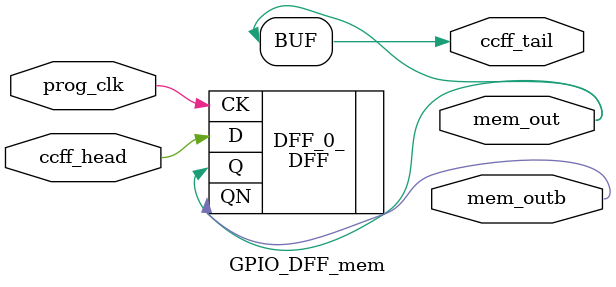
<source format=v>
`default_nettype none

module mux_tree_tapbuf_size64_mem(prog_clk,
                                  ccff_head,
                                  ccff_tail,
                                  mem_out,
                                  mem_outb);
//----- GLOBAL PORTS -----
input [0:0] prog_clk;
//----- INPUT PORTS -----
input [0:0] ccff_head;
//----- OUTPUT PORTS -----
output [0:0] ccff_tail;
//----- OUTPUT PORTS -----
output [0:6] mem_out;
//----- OUTPUT PORTS -----
output [0:6] mem_outb;

//----- BEGIN wire-connection ports -----
//----- END wire-connection ports -----


//----- BEGIN Registered ports -----
//----- END Registered ports -----



// ----- BEGIN Local short connections -----
// ----- END Local short connections -----
// ----- BEGIN Local output short connections -----
	assign ccff_tail[0] = mem_out[6];
// ----- END Local output short connections -----

	DFF DFF_0_ (
		.CK(prog_clk),
		.D(ccff_head),
		.Q(mem_out[0]),
		.QN(mem_outb[0]));

	DFF DFF_1_ (
		.CK(prog_clk),
		.D(mem_out[0]),
		.Q(mem_out[1]),
		.QN(mem_outb[1]));

	DFF DFF_2_ (
		.CK(prog_clk),
		.D(mem_out[1]),
		.Q(mem_out[2]),
		.QN(mem_outb[2]));

	DFF DFF_3_ (
		.CK(prog_clk),
		.D(mem_out[2]),
		.Q(mem_out[3]),
		.QN(mem_outb[3]));

	DFF DFF_4_ (
		.CK(prog_clk),
		.D(mem_out[3]),
		.Q(mem_out[4]),
		.QN(mem_outb[4]));

	DFF DFF_5_ (
		.CK(prog_clk),
		.D(mem_out[4]),
		.Q(mem_out[5]),
		.QN(mem_outb[5]));

	DFF DFF_6_ (
		.CK(prog_clk),
		.D(mem_out[5]),
		.Q(mem_out[6]),
		.QN(mem_outb[6]));

endmodule
// ----- END Verilog module for mux_tree_tapbuf_size64_mem -----

//----- Default net type -----
`default_nettype wire




//----- Default net type -----
`default_nettype none

// ----- Verilog module for mux_tree_tapbuf_size2_mem -----
module mux_tree_tapbuf_size2_mem(prog_clk,
                                 ccff_head,
                                 ccff_tail,
                                 mem_out,
                                 mem_outb);
//----- GLOBAL PORTS -----
input [0:0] prog_clk;
//----- INPUT PORTS -----
input [0:0] ccff_head;
//----- OUTPUT PORTS -----
output [0:0] ccff_tail;
//----- OUTPUT PORTS -----
output [0:1] mem_out;
//----- OUTPUT PORTS -----
output [0:1] mem_outb;

//----- BEGIN wire-connection ports -----
//----- END wire-connection ports -----


//----- BEGIN Registered ports -----
//----- END Registered ports -----



// ----- BEGIN Local short connections -----
// ----- END Local short connections -----
// ----- BEGIN Local output short connections -----
	assign ccff_tail[0] = mem_out[1];
// ----- END Local output short connections -----

	DFF DFF_0_ (
		.CK(prog_clk),
		.D(ccff_head),
		.Q(mem_out[0]),
		.QN(mem_outb[0]));

	DFF DFF_1_ (
		.CK(prog_clk),
		.D(mem_out[0]),
		.Q(mem_out[1]),
		.QN(mem_outb[1]));

endmodule
// ----- END Verilog module for mux_tree_tapbuf_size2_mem -----

//----- Default net type -----
`default_nettype wire




//----- Default net type -----
`default_nettype none

// ----- Verilog module for mux_tree_tapbuf_size6_mem -----
module mux_tree_tapbuf_size6_mem(prog_clk,
                                 ccff_head,
                                 ccff_tail,
                                 mem_out,
                                 mem_outb);
//----- GLOBAL PORTS -----
input [0:0] prog_clk;
//----- INPUT PORTS -----
input [0:0] ccff_head;
//----- OUTPUT PORTS -----
output [0:0] ccff_tail;
//----- OUTPUT PORTS -----
output [0:2] mem_out;
//----- OUTPUT PORTS -----
output [0:2] mem_outb;

//----- BEGIN wire-connection ports -----
//----- END wire-connection ports -----


//----- BEGIN Registered ports -----
//----- END Registered ports -----



// ----- BEGIN Local short connections -----
// ----- END Local short connections -----
// ----- BEGIN Local output short connections -----
	assign ccff_tail[0] = mem_out[2];
// ----- END Local output short connections -----

	DFF DFF_0_ (
		.CK(prog_clk),
		.D(ccff_head),
		.Q(mem_out[0]),
		.QN(mem_outb[0]));

	DFF DFF_1_ (
		.CK(prog_clk),
		.D(mem_out[0]),
		.Q(mem_out[1]),
		.QN(mem_outb[1]));

	DFF DFF_2_ (
		.CK(prog_clk),
		.D(mem_out[1]),
		.Q(mem_out[2]),
		.QN(mem_outb[2]));

endmodule
// ----- END Verilog module for mux_tree_tapbuf_size6_mem -----

//----- Default net type -----
`default_nettype wire




//----- Default net type -----
`default_nettype none

// ----- Verilog module for mux_tree_tapbuf_size5_mem -----
module mux_tree_tapbuf_size5_mem(prog_clk,
                                 ccff_head,
                                 ccff_tail,
                                 mem_out,
                                 mem_outb);
//----- GLOBAL PORTS -----
input [0:0] prog_clk;
//----- INPUT PORTS -----
input [0:0] ccff_head;
//----- OUTPUT PORTS -----
output [0:0] ccff_tail;
//----- OUTPUT PORTS -----
output [0:2] mem_out;
//----- OUTPUT PORTS -----
output [0:2] mem_outb;

//----- BEGIN wire-connection ports -----
//----- END wire-connection ports -----


//----- BEGIN Registered ports -----
//----- END Registered ports -----



// ----- BEGIN Local short connections -----
// ----- END Local short connections -----
// ----- BEGIN Local output short connections -----
	assign ccff_tail[0] = mem_out[2];
// ----- END Local output short connections -----

	DFF DFF_0_ (
		.CK(prog_clk),
		.D(ccff_head),
		.Q(mem_out[0]),
		.QN(mem_outb[0]));

	DFF DFF_1_ (
		.CK(prog_clk),
		.D(mem_out[0]),
		.Q(mem_out[1]),
		.QN(mem_outb[1]));

	DFF DFF_2_ (
		.CK(prog_clk),
		.D(mem_out[1]),
		.Q(mem_out[2]),
		.QN(mem_outb[2]));

endmodule
// ----- END Verilog module for mux_tree_tapbuf_size5_mem -----

//----- Default net type -----
`default_nettype wire




//----- Default net type -----
`default_nettype none

// ----- Verilog module for mux_tree_tapbuf_size4_mem -----
module mux_tree_tapbuf_size4_mem(prog_clk,
                                 ccff_head,
                                 ccff_tail,
                                 mem_out,
                                 mem_outb);
//----- GLOBAL PORTS -----
input [0:0] prog_clk;
//----- INPUT PORTS -----
input [0:0] ccff_head;
//----- OUTPUT PORTS -----
output [0:0] ccff_tail;
//----- OUTPUT PORTS -----
output [0:2] mem_out;
//----- OUTPUT PORTS -----
output [0:2] mem_outb;

//----- BEGIN wire-connection ports -----
//----- END wire-connection ports -----


//----- BEGIN Registered ports -----
//----- END Registered ports -----



// ----- BEGIN Local short connections -----
// ----- END Local short connections -----
// ----- BEGIN Local output short connections -----
	assign ccff_tail[0] = mem_out[2];
// ----- END Local output short connections -----

	DFF DFF_0_ (
		.CK(prog_clk),
		.D(ccff_head),
		.Q(mem_out[0]),
		.QN(mem_outb[0]));

	DFF DFF_1_ (
		.CK(prog_clk),
		.D(mem_out[0]),
		.Q(mem_out[1]),
		.QN(mem_outb[1]));

	DFF DFF_2_ (
		.CK(prog_clk),
		.D(mem_out[1]),
		.Q(mem_out[2]),
		.QN(mem_outb[2]));

endmodule
// ----- END Verilog module for mux_tree_tapbuf_size4_mem -----

//----- Default net type -----
`default_nettype wire




//----- Default net type -----
`default_nettype none

// ----- Verilog module for mux_tree_tapbuf_size10_mem -----
module mux_tree_tapbuf_size10_mem(prog_clk,
                                  ccff_head,
                                  ccff_tail,
                                  mem_out,
                                  mem_outb);
//----- GLOBAL PORTS -----
input [0:0] prog_clk;
//----- INPUT PORTS -----
input [0:0] ccff_head;
//----- OUTPUT PORTS -----
output [0:0] ccff_tail;
//----- OUTPUT PORTS -----
output [0:3] mem_out;
//----- OUTPUT PORTS -----
output [0:3] mem_outb;

//----- BEGIN wire-connection ports -----
//----- END wire-connection ports -----


//----- BEGIN Registered ports -----
//----- END Registered ports -----



// ----- BEGIN Local short connections -----
// ----- END Local short connections -----
// ----- BEGIN Local output short connections -----
	assign ccff_tail[0] = mem_out[3];
// ----- END Local output short connections -----

	DFF DFF_0_ (
		.CK(prog_clk),
		.D(ccff_head),
		.Q(mem_out[0]),
		.QN(mem_outb[0]));

	DFF DFF_1_ (
		.CK(prog_clk),
		.D(mem_out[0]),
		.Q(mem_out[1]),
		.QN(mem_outb[1]));

	DFF DFF_2_ (
		.CK(prog_clk),
		.D(mem_out[1]),
		.Q(mem_out[2]),
		.QN(mem_outb[2]));

	DFF DFF_3_ (
		.CK(prog_clk),
		.D(mem_out[2]),
		.Q(mem_out[3]),
		.QN(mem_outb[3]));

endmodule
// ----- END Verilog module for mux_tree_tapbuf_size10_mem -----

//----- Default net type -----
`default_nettype wire




//----- Default net type -----
`default_nettype none

// ----- Verilog module for mux_tree_tapbuf_size19_mem -----
module mux_tree_tapbuf_size19_mem(prog_clk,
                                  ccff_head,
                                  ccff_tail,
                                  mem_out,
                                  mem_outb);
//----- GLOBAL PORTS -----
input [0:0] prog_clk;
//----- INPUT PORTS -----
input [0:0] ccff_head;
//----- OUTPUT PORTS -----
output [0:0] ccff_tail;
//----- OUTPUT PORTS -----
output [0:4] mem_out;
//----- OUTPUT PORTS -----
output [0:4] mem_outb;

//----- BEGIN wire-connection ports -----
//----- END wire-connection ports -----


//----- BEGIN Registered ports -----
//----- END Registered ports -----



// ----- BEGIN Local short connections -----
// ----- END Local short connections -----
// ----- BEGIN Local output short connections -----
	assign ccff_tail[0] = mem_out[4];
// ----- END Local output short connections -----

	DFF DFF_0_ (
		.CK(prog_clk),
		.D(ccff_head),
		.Q(mem_out[0]),
		.QN(mem_outb[0]));

	DFF DFF_1_ (
		.CK(prog_clk),
		.D(mem_out[0]),
		.Q(mem_out[1]),
		.QN(mem_outb[1]));

	DFF DFF_2_ (
		.CK(prog_clk),
		.D(mem_out[1]),
		.Q(mem_out[2]),
		.QN(mem_outb[2]));

	DFF DFF_3_ (
		.CK(prog_clk),
		.D(mem_out[2]),
		.Q(mem_out[3]),
		.QN(mem_outb[3]));

	DFF DFF_4_ (
		.CK(prog_clk),
		.D(mem_out[3]),
		.Q(mem_out[4]),
		.QN(mem_outb[4]));

endmodule
// ----- END Verilog module for mux_tree_tapbuf_size19_mem -----

//----- Default net type -----
`default_nettype wire




//----- Default net type -----
`default_nettype none

// ----- Verilog module for mux_tree_tapbuf_size12_mem -----
module mux_tree_tapbuf_size12_mem(prog_clk,
                                  ccff_head,
                                  ccff_tail,
                                  mem_out,
                                  mem_outb);
//----- GLOBAL PORTS -----
input [0:0] prog_clk;
//----- INPUT PORTS -----
input [0:0] ccff_head;
//----- OUTPUT PORTS -----
output [0:0] ccff_tail;
//----- OUTPUT PORTS -----
output [0:3] mem_out;
//----- OUTPUT PORTS -----
output [0:3] mem_outb;

//----- BEGIN wire-connection ports -----
//----- END wire-connection ports -----


//----- BEGIN Registered ports -----
//----- END Registered ports -----



// ----- BEGIN Local short connections -----
// ----- END Local short connections -----
// ----- BEGIN Local output short connections -----
	assign ccff_tail[0] = mem_out[3];
// ----- END Local output short connections -----

	DFF DFF_0_ (
		.CK(prog_clk),
		.D(ccff_head),
		.Q(mem_out[0]),
		.QN(mem_outb[0]));

	DFF DFF_1_ (
		.CK(prog_clk),
		.D(mem_out[0]),
		.Q(mem_out[1]),
		.QN(mem_outb[1]));

	DFF DFF_2_ (
		.CK(prog_clk),
		.D(mem_out[1]),
		.Q(mem_out[2]),
		.QN(mem_outb[2]));

	DFF DFF_3_ (
		.CK(prog_clk),
		.D(mem_out[2]),
		.Q(mem_out[3]),
		.QN(mem_outb[3]));

endmodule
// ----- END Verilog module for mux_tree_tapbuf_size12_mem -----

//----- Default net type -----
`default_nettype wire




//----- Default net type -----
`default_nettype none

// ----- Verilog module for mux_tree_tapbuf_size8_mem -----
module mux_tree_tapbuf_size8_mem(prog_clk,
                                 ccff_head,
                                 ccff_tail,
                                 mem_out,
                                 mem_outb);
//----- GLOBAL PORTS -----
input [0:0] prog_clk;
//----- INPUT PORTS -----
input [0:0] ccff_head;
//----- OUTPUT PORTS -----
output [0:0] ccff_tail;
//----- OUTPUT PORTS -----
output [0:3] mem_out;
//----- OUTPUT PORTS -----
output [0:3] mem_outb;

//----- BEGIN wire-connection ports -----
//----- END wire-connection ports -----


//----- BEGIN Registered ports -----
//----- END Registered ports -----



// ----- BEGIN Local short connections -----
// ----- END Local short connections -----
// ----- BEGIN Local output short connections -----
	assign ccff_tail[0] = mem_out[3];
// ----- END Local output short connections -----

	DFF DFF_0_ (
		.CK(prog_clk),
		.D(ccff_head),
		.Q(mem_out[0]),
		.QN(mem_outb[0]));

	DFF DFF_1_ (
		.CK(prog_clk),
		.D(mem_out[0]),
		.Q(mem_out[1]),
		.QN(mem_outb[1]));

	DFF DFF_2_ (
		.CK(prog_clk),
		.D(mem_out[1]),
		.Q(mem_out[2]),
		.QN(mem_outb[2]));

	DFF DFF_3_ (
		.CK(prog_clk),
		.D(mem_out[2]),
		.Q(mem_out[3]),
		.QN(mem_outb[3]));

endmodule
// ----- END Verilog module for mux_tree_tapbuf_size8_mem -----

//----- Default net type -----
`default_nettype wire




//----- Default net type -----
`default_nettype none

// ----- Verilog module for mux_tree_tapbuf_size13_mem -----
module mux_tree_tapbuf_size13_mem(prog_clk,
                                  ccff_head,
                                  ccff_tail,
                                  mem_out,
                                  mem_outb);
//----- GLOBAL PORTS -----
input [0:0] prog_clk;
//----- INPUT PORTS -----
input [0:0] ccff_head;
//----- OUTPUT PORTS -----
output [0:0] ccff_tail;
//----- OUTPUT PORTS -----
output [0:3] mem_out;
//----- OUTPUT PORTS -----
output [0:3] mem_outb;

//----- BEGIN wire-connection ports -----
//----- END wire-connection ports -----


//----- BEGIN Registered ports -----
//----- END Registered ports -----



// ----- BEGIN Local short connections -----
// ----- END Local short connections -----
// ----- BEGIN Local output short connections -----
	assign ccff_tail[0] = mem_out[3];
// ----- END Local output short connections -----

	DFF DFF_0_ (
		.CK(prog_clk),
		.D(ccff_head),
		.Q(mem_out[0]),
		.QN(mem_outb[0]));

	DFF DFF_1_ (
		.CK(prog_clk),
		.D(mem_out[0]),
		.Q(mem_out[1]),
		.QN(mem_outb[1]));

	DFF DFF_2_ (
		.CK(prog_clk),
		.D(mem_out[1]),
		.Q(mem_out[2]),
		.QN(mem_outb[2]));

	DFF DFF_3_ (
		.CK(prog_clk),
		.D(mem_out[2]),
		.Q(mem_out[3]),
		.QN(mem_outb[3]));

endmodule
// ----- END Verilog module for mux_tree_tapbuf_size13_mem -----

//----- Default net type -----
`default_nettype wire




//----- Default net type -----
`default_nettype none

// ----- Verilog module for mux_tree_tapbuf_size11_mem -----
module mux_tree_tapbuf_size11_mem(prog_clk,
                                  ccff_head,
                                  ccff_tail,
                                  mem_out,
                                  mem_outb);
//----- GLOBAL PORTS -----
input [0:0] prog_clk;
//----- INPUT PORTS -----
input [0:0] ccff_head;
//----- OUTPUT PORTS -----
output [0:0] ccff_tail;
//----- OUTPUT PORTS -----
output [0:3] mem_out;
//----- OUTPUT PORTS -----
output [0:3] mem_outb;

//----- BEGIN wire-connection ports -----
//----- END wire-connection ports -----


//----- BEGIN Registered ports -----
//----- END Registered ports -----



// ----- BEGIN Local short connections -----
// ----- END Local short connections -----
// ----- BEGIN Local output short connections -----
	assign ccff_tail[0] = mem_out[3];
// ----- END Local output short connections -----

	DFF DFF_0_ (
		.CK(prog_clk),
		.D(ccff_head),
		.Q(mem_out[0]),
		.QN(mem_outb[0]));

	DFF DFF_1_ (
		.CK(prog_clk),
		.D(mem_out[0]),
		.Q(mem_out[1]),
		.QN(mem_outb[1]));

	DFF DFF_2_ (
		.CK(prog_clk),
		.D(mem_out[1]),
		.Q(mem_out[2]),
		.QN(mem_outb[2]));

	DFF DFF_3_ (
		.CK(prog_clk),
		.D(mem_out[2]),
		.Q(mem_out[3]),
		.QN(mem_outb[3]));

endmodule
// ----- END Verilog module for mux_tree_tapbuf_size11_mem -----

//----- Default net type -----
`default_nettype wire




//----- Default net type -----
`default_nettype none

// ----- Verilog module for mux_tree_tapbuf_size18_mem -----
module mux_tree_tapbuf_size18_mem(prog_clk,
                                  ccff_head,
                                  ccff_tail,
                                  mem_out,
                                  mem_outb);
//----- GLOBAL PORTS -----
input [0:0] prog_clk;
//----- INPUT PORTS -----
input [0:0] ccff_head;
//----- OUTPUT PORTS -----
output [0:0] ccff_tail;
//----- OUTPUT PORTS -----
output [0:4] mem_out;
//----- OUTPUT PORTS -----
output [0:4] mem_outb;

//----- BEGIN wire-connection ports -----
//----- END wire-connection ports -----


//----- BEGIN Registered ports -----
//----- END Registered ports -----



// ----- BEGIN Local short connections -----
// ----- END Local short connections -----
// ----- BEGIN Local output short connections -----
	assign ccff_tail[0] = mem_out[4];
// ----- END Local output short connections -----

	DFF DFF_0_ (
		.CK(prog_clk),
		.D(ccff_head),
		.Q(mem_out[0]),
		.QN(mem_outb[0]));

	DFF DFF_1_ (
		.CK(prog_clk),
		.D(mem_out[0]),
		.Q(mem_out[1]),
		.QN(mem_outb[1]));

	DFF DFF_2_ (
		.CK(prog_clk),
		.D(mem_out[1]),
		.Q(mem_out[2]),
		.QN(mem_outb[2]));

	DFF DFF_3_ (
		.CK(prog_clk),
		.D(mem_out[2]),
		.Q(mem_out[3]),
		.QN(mem_outb[3]));

	DFF DFF_4_ (
		.CK(prog_clk),
		.D(mem_out[3]),
		.Q(mem_out[4]),
		.QN(mem_outb[4]));

endmodule
// ----- END Verilog module for mux_tree_tapbuf_size18_mem -----

//----- Default net type -----
`default_nettype wire




//----- Default net type -----
`default_nettype none

// ----- Verilog module for mux_tree_tapbuf_size7_mem -----
module mux_tree_tapbuf_size7_mem(prog_clk,
                                 ccff_head,
                                 ccff_tail,
                                 mem_out,
                                 mem_outb);
//----- GLOBAL PORTS -----
input [0:0] prog_clk;
//----- INPUT PORTS -----
input [0:0] ccff_head;
//----- OUTPUT PORTS -----
output [0:0] ccff_tail;
//----- OUTPUT PORTS -----
output [0:2] mem_out;
//----- OUTPUT PORTS -----
output [0:2] mem_outb;

//----- BEGIN wire-connection ports -----
//----- END wire-connection ports -----


//----- BEGIN Registered ports -----
//----- END Registered ports -----



// ----- BEGIN Local short connections -----
// ----- END Local short connections -----
// ----- BEGIN Local output short connections -----
	assign ccff_tail[0] = mem_out[2];
// ----- END Local output short connections -----

	DFF DFF_0_ (
		.CK(prog_clk),
		.D(ccff_head),
		.Q(mem_out[0]),
		.QN(mem_outb[0]));

	DFF DFF_1_ (
		.CK(prog_clk),
		.D(mem_out[0]),
		.Q(mem_out[1]),
		.QN(mem_outb[1]));

	DFF DFF_2_ (
		.CK(prog_clk),
		.D(mem_out[1]),
		.Q(mem_out[2]),
		.QN(mem_outb[2]));

endmodule
// ----- END Verilog module for mux_tree_tapbuf_size7_mem -----

//----- Default net type -----
`default_nettype wire




//----- Default net type -----
`default_nettype none

// ----- Verilog module for mux_tree_tapbuf_size20_mem -----
module mux_tree_tapbuf_size20_mem(prog_clk,
                                  ccff_head,
                                  ccff_tail,
                                  mem_out,
                                  mem_outb);
//----- GLOBAL PORTS -----
input [0:0] prog_clk;
//----- INPUT PORTS -----
input [0:0] ccff_head;
//----- OUTPUT PORTS -----
output [0:0] ccff_tail;
//----- OUTPUT PORTS -----
output [0:4] mem_out;
//----- OUTPUT PORTS -----
output [0:4] mem_outb;

//----- BEGIN wire-connection ports -----
//----- END wire-connection ports -----


//----- BEGIN Registered ports -----
//----- END Registered ports -----



// ----- BEGIN Local short connections -----
// ----- END Local short connections -----
// ----- BEGIN Local output short connections -----
	assign ccff_tail[0] = mem_out[4];
// ----- END Local output short connections -----

	DFF DFF_0_ (
		.CK(prog_clk),
		.D(ccff_head),
		.Q(mem_out[0]),
		.QN(mem_outb[0]));

	DFF DFF_1_ (
		.CK(prog_clk),
		.D(mem_out[0]),
		.Q(mem_out[1]),
		.QN(mem_outb[1]));

	DFF DFF_2_ (
		.CK(prog_clk),
		.D(mem_out[1]),
		.Q(mem_out[2]),
		.QN(mem_outb[2]));

	DFF DFF_3_ (
		.CK(prog_clk),
		.D(mem_out[2]),
		.Q(mem_out[3]),
		.QN(mem_outb[3]));

	DFF DFF_4_ (
		.CK(prog_clk),
		.D(mem_out[3]),
		.Q(mem_out[4]),
		.QN(mem_outb[4]));

endmodule
// ----- END Verilog module for mux_tree_tapbuf_size20_mem -----

//----- Default net type -----
`default_nettype wire




//----- Default net type -----
`default_nettype none

// ----- Verilog module for mux_tree_tapbuf_size9_mem -----
module mux_tree_tapbuf_size9_mem(prog_clk,
                                 ccff_head,
                                 ccff_tail,
                                 mem_out,
                                 mem_outb);
//----- GLOBAL PORTS -----
input [0:0] prog_clk;
//----- INPUT PORTS -----
input [0:0] ccff_head;
//----- OUTPUT PORTS -----
output [0:0] ccff_tail;
//----- OUTPUT PORTS -----
output [0:3] mem_out;
//----- OUTPUT PORTS -----
output [0:3] mem_outb;

//----- BEGIN wire-connection ports -----
//----- END wire-connection ports -----


//----- BEGIN Registered ports -----
//----- END Registered ports -----



// ----- BEGIN Local short connections -----
// ----- END Local short connections -----
// ----- BEGIN Local output short connections -----
	assign ccff_tail[0] = mem_out[3];
// ----- END Local output short connections -----

	DFF DFF_0_ (
		.CK(prog_clk),
		.D(ccff_head),
		.Q(mem_out[0]),
		.QN(mem_outb[0]));

	DFF DFF_1_ (
		.CK(prog_clk),
		.D(mem_out[0]),
		.Q(mem_out[1]),
		.QN(mem_outb[1]));

	DFF DFF_2_ (
		.CK(prog_clk),
		.D(mem_out[1]),
		.Q(mem_out[2]),
		.QN(mem_outb[2]));

	DFF DFF_3_ (
		.CK(prog_clk),
		.D(mem_out[2]),
		.Q(mem_out[3]),
		.QN(mem_outb[3]));

endmodule
// ----- END Verilog module for mux_tree_tapbuf_size9_mem -----

//----- Default net type -----
`default_nettype wire




//----- Default net type -----
`default_nettype none

// ----- Verilog module for mux_tree_tapbuf_size17_mem -----
module mux_tree_tapbuf_size17_mem(prog_clk,
                                  ccff_head,
                                  ccff_tail,
                                  mem_out,
                                  mem_outb);
//----- GLOBAL PORTS -----
input [0:0] prog_clk;
//----- INPUT PORTS -----
input [0:0] ccff_head;
//----- OUTPUT PORTS -----
output [0:0] ccff_tail;
//----- OUTPUT PORTS -----
output [0:4] mem_out;
//----- OUTPUT PORTS -----
output [0:4] mem_outb;

//----- BEGIN wire-connection ports -----
//----- END wire-connection ports -----


//----- BEGIN Registered ports -----
//----- END Registered ports -----



// ----- BEGIN Local short connections -----
// ----- END Local short connections -----
// ----- BEGIN Local output short connections -----
	assign ccff_tail[0] = mem_out[4];
// ----- END Local output short connections -----

	DFF DFF_0_ (
		.CK(prog_clk),
		.D(ccff_head),
		.Q(mem_out[0]),
		.QN(mem_outb[0]));

	DFF DFF_1_ (
		.CK(prog_clk),
		.D(mem_out[0]),
		.Q(mem_out[1]),
		.QN(mem_outb[1]));

	DFF DFF_2_ (
		.CK(prog_clk),
		.D(mem_out[1]),
		.Q(mem_out[2]),
		.QN(mem_outb[2]));

	DFF DFF_3_ (
		.CK(prog_clk),
		.D(mem_out[2]),
		.Q(mem_out[3]),
		.QN(mem_outb[3]));

	DFF DFF_4_ (
		.CK(prog_clk),
		.D(mem_out[3]),
		.Q(mem_out[4]),
		.QN(mem_outb[4]));

endmodule
// ----- END Verilog module for mux_tree_tapbuf_size17_mem -----

//----- Default net type -----
`default_nettype wire




//----- Default net type -----
`default_nettype none

// ----- Verilog module for mux_tree_tapbuf_size3_mem -----
module mux_tree_tapbuf_size3_mem(prog_clk,
                                 ccff_head,
                                 ccff_tail,
                                 mem_out,
                                 mem_outb);
//----- GLOBAL PORTS -----
input [0:0] prog_clk;
//----- INPUT PORTS -----
input [0:0] ccff_head;
//----- OUTPUT PORTS -----
output [0:0] ccff_tail;
//----- OUTPUT PORTS -----
output [0:1] mem_out;
//----- OUTPUT PORTS -----
output [0:1] mem_outb;

//----- BEGIN wire-connection ports -----
//----- END wire-connection ports -----


//----- BEGIN Registered ports -----
//----- END Registered ports -----



// ----- BEGIN Local short connections -----
// ----- END Local short connections -----
// ----- BEGIN Local output short connections -----
	assign ccff_tail[0] = mem_out[1];
// ----- END Local output short connections -----

	DFF DFF_0_ (
		.CK(prog_clk),
		.D(ccff_head),
		.Q(mem_out[0]),
		.QN(mem_outb[0]));

	DFF DFF_1_ (
		.CK(prog_clk),
		.D(mem_out[0]),
		.Q(mem_out[1]),
		.QN(mem_outb[1]));

endmodule
// ----- END Verilog module for mux_tree_tapbuf_size3_mem -----

//----- Default net type -----
`default_nettype wire




//----- Default net type -----
`default_nettype none

// ----- Verilog module for mux_tree_tapbuf_size15_mem -----
module mux_tree_tapbuf_size15_mem(prog_clk,
                                  ccff_head,
                                  ccff_tail,
                                  mem_out,
                                  mem_outb);
//----- GLOBAL PORTS -----
input [0:0] prog_clk;
//----- INPUT PORTS -----
input [0:0] ccff_head;
//----- OUTPUT PORTS -----
output [0:0] ccff_tail;
//----- OUTPUT PORTS -----
output [0:3] mem_out;
//----- OUTPUT PORTS -----
output [0:3] mem_outb;

//----- BEGIN wire-connection ports -----
//----- END wire-connection ports -----


//----- BEGIN Registered ports -----
//----- END Registered ports -----



// ----- BEGIN Local short connections -----
// ----- END Local short connections -----
// ----- BEGIN Local output short connections -----
	assign ccff_tail[0] = mem_out[3];
// ----- END Local output short connections -----

	DFF DFF_0_ (
		.CK(prog_clk),
		.D(ccff_head),
		.Q(mem_out[0]),
		.QN(mem_outb[0]));

	DFF DFF_1_ (
		.CK(prog_clk),
		.D(mem_out[0]),
		.Q(mem_out[1]),
		.QN(mem_outb[1]));

	DFF DFF_2_ (
		.CK(prog_clk),
		.D(mem_out[1]),
		.Q(mem_out[2]),
		.QN(mem_outb[2]));

	DFF DFF_3_ (
		.CK(prog_clk),
		.D(mem_out[2]),
		.Q(mem_out[3]),
		.QN(mem_outb[3]));

endmodule
// ----- END Verilog module for mux_tree_tapbuf_size15_mem -----

//----- Default net type -----
`default_nettype wire




//----- Default net type -----
`default_nettype none

// ----- Verilog module for mux_tree_tapbuf_size16_mem -----
module mux_tree_tapbuf_size16_mem(prog_clk,
                                  ccff_head,
                                  ccff_tail,
                                  mem_out,
                                  mem_outb);
//----- GLOBAL PORTS -----
input [0:0] prog_clk;
//----- INPUT PORTS -----
input [0:0] ccff_head;
//----- OUTPUT PORTS -----
output [0:0] ccff_tail;
//----- OUTPUT PORTS -----
output [0:4] mem_out;
//----- OUTPUT PORTS -----
output [0:4] mem_outb;

//----- BEGIN wire-connection ports -----
//----- END wire-connection ports -----


//----- BEGIN Registered ports -----
//----- END Registered ports -----



// ----- BEGIN Local short connections -----
// ----- END Local short connections -----
// ----- BEGIN Local output short connections -----
	assign ccff_tail[0] = mem_out[4];
// ----- END Local output short connections -----

	DFF DFF_0_ (
		.CK(prog_clk),
		.D(ccff_head),
		.Q(mem_out[0]),
		.QN(mem_outb[0]));

	DFF DFF_1_ (
		.CK(prog_clk),
		.D(mem_out[0]),
		.Q(mem_out[1]),
		.QN(mem_outb[1]));

	DFF DFF_2_ (
		.CK(prog_clk),
		.D(mem_out[1]),
		.Q(mem_out[2]),
		.QN(mem_outb[2]));

	DFF DFF_3_ (
		.CK(prog_clk),
		.D(mem_out[2]),
		.Q(mem_out[3]),
		.QN(mem_outb[3]));

	DFF DFF_4_ (
		.CK(prog_clk),
		.D(mem_out[3]),
		.Q(mem_out[4]),
		.QN(mem_outb[4]));

endmodule
// ----- END Verilog module for mux_tree_tapbuf_size16_mem -----

//----- Default net type -----
`default_nettype wire




//----- Default net type -----
`default_nettype none

// ----- Verilog module for mux_tree_size14_mem -----
module mux_tree_size14_mem(prog_clk,
                           ccff_head,
                           ccff_tail,
                           mem_out,
                           mem_outb);
//----- GLOBAL PORTS -----
input [0:0] prog_clk;
//----- INPUT PORTS -----
input [0:0] ccff_head;
//----- OUTPUT PORTS -----
output [0:0] ccff_tail;
//----- OUTPUT PORTS -----
output [0:3] mem_out;
//----- OUTPUT PORTS -----
output [0:3] mem_outb;

//----- BEGIN wire-connection ports -----
//----- END wire-connection ports -----


//----- BEGIN Registered ports -----
//----- END Registered ports -----



// ----- BEGIN Local short connections -----
// ----- END Local short connections -----
// ----- BEGIN Local output short connections -----
	assign ccff_tail[0] = mem_out[3];
// ----- END Local output short connections -----

	DFF DFF_0_ (
		.CK(prog_clk),
		.D(ccff_head),
		.Q(mem_out[0]),
		.QN(mem_outb[0]));

	DFF DFF_1_ (
		.CK(prog_clk),
		.D(mem_out[0]),
		.Q(mem_out[1]),
		.QN(mem_outb[1]));

	DFF DFF_2_ (
		.CK(prog_clk),
		.D(mem_out[1]),
		.Q(mem_out[2]),
		.QN(mem_outb[2]));

	DFF DFF_3_ (
		.CK(prog_clk),
		.D(mem_out[2]),
		.Q(mem_out[3]),
		.QN(mem_outb[3]));

endmodule
// ----- END Verilog module for mux_tree_size14_mem -----

//----- Default net type -----
`default_nettype wire




//----- Default net type -----
`default_nettype none

// ----- Verilog module for lut4_DFF_mem -----
module lut4_DFF_mem(prog_clk,
                    ccff_head,
                    ccff_tail,
                    mem_out,
                    mem_outb);
//----- GLOBAL PORTS -----
input [0:0] prog_clk;
//----- INPUT PORTS -----
input [0:0] ccff_head;
//----- OUTPUT PORTS -----
output [0:0] ccff_tail;
//----- OUTPUT PORTS -----
output [0:15] mem_out;
//----- OUTPUT PORTS -----
output [0:15] mem_outb;

//----- BEGIN wire-connection ports -----
//----- END wire-connection ports -----


//----- BEGIN Registered ports -----
//----- END Registered ports -----



// ----- BEGIN Local short connections -----
// ----- END Local short connections -----
// ----- BEGIN Local output short connections -----
	assign ccff_tail[0] = mem_out[15];
// ----- END Local output short connections -----

	DFF DFF_0_ (
		.CK(prog_clk),
		.D(ccff_head),
		.Q(mem_out[0]),
		.QN(mem_outb[0]));

	DFF DFF_1_ (
		.CK(prog_clk),
		.D(mem_out[0]),
		.Q(mem_out[1]),
		.QN(mem_outb[1]));

	DFF DFF_2_ (
		.CK(prog_clk),
		.D(mem_out[1]),
		.Q(mem_out[2]),
		.QN(mem_outb[2]));

	DFF DFF_3_ (
		.CK(prog_clk),
		.D(mem_out[2]),
		.Q(mem_out[3]),
		.QN(mem_outb[3]));

	DFF DFF_4_ (
		.CK(prog_clk),
		.D(mem_out[3]),
		.Q(mem_out[4]),
		.QN(mem_outb[4]));

	DFF DFF_5_ (
		.CK(prog_clk),
		.D(mem_out[4]),
		.Q(mem_out[5]),
		.QN(mem_outb[5]));

	DFF DFF_6_ (
		.CK(prog_clk),
		.D(mem_out[5]),
		.Q(mem_out[6]),
		.QN(mem_outb[6]));

	DFF DFF_7_ (
		.CK(prog_clk),
		.D(mem_out[6]),
		.Q(mem_out[7]),
		.QN(mem_outb[7]));

	DFF DFF_8_ (
		.CK(prog_clk),
		.D(mem_out[7]),
		.Q(mem_out[8]),
		.QN(mem_outb[8]));

	DFF DFF_9_ (
		.CK(prog_clk),
		.D(mem_out[8]),
		.Q(mem_out[9]),
		.QN(mem_outb[9]));

	DFF DFF_10_ (
		.CK(prog_clk),
		.D(mem_out[9]),
		.Q(mem_out[10]),
		.QN(mem_outb[10]));

	DFF DFF_11_ (
		.CK(prog_clk),
		.D(mem_out[10]),
		.Q(mem_out[11]),
		.QN(mem_outb[11]));

	DFF DFF_12_ (
		.CK(prog_clk),
		.D(mem_out[11]),
		.Q(mem_out[12]),
		.QN(mem_outb[12]));

	DFF DFF_13_ (
		.CK(prog_clk),
		.D(mem_out[12]),
		.Q(mem_out[13]),
		.QN(mem_outb[13]));

	DFF DFF_14_ (
		.CK(prog_clk),
		.D(mem_out[13]),
		.Q(mem_out[14]),
		.QN(mem_outb[14]));

	DFF DFF_15_ (
		.CK(prog_clk),
		.D(mem_out[14]),
		.Q(mem_out[15]),
		.QN(mem_outb[15]));

endmodule
// ----- END Verilog module for lut4_DFF_mem -----

//----- Default net type -----
`default_nettype wire




//----- Default net type -----
`default_nettype none

// ----- Verilog module for GPIO_DFF_mem -----
module GPIO_DFF_mem(prog_clk,
                    ccff_head,
                    ccff_tail,
                    mem_out,
                    mem_outb);
//----- GLOBAL PORTS -----
input [0:0] prog_clk;
//----- INPUT PORTS -----
input [0:0] ccff_head;
//----- OUTPUT PORTS -----
output [0:0] ccff_tail;
//----- OUTPUT PORTS -----
output [0:0] mem_out;
//----- OUTPUT PORTS -----
output [0:0] mem_outb;

//----- BEGIN wire-connection ports -----
//----- END wire-connection ports -----


//----- BEGIN Registered ports -----
//----- END Registered ports -----



// ----- BEGIN Local short connections -----
// ----- END Local short connections -----
// ----- BEGIN Local output short connections -----
	assign ccff_tail[0] = mem_out[0];
// ----- END Local output short connections -----

	DFF DFF_0_ (
		.CK(prog_clk),
		.D(ccff_head),
		.Q(mem_out),
		.QN(mem_outb));

endmodule
// ----- END Verilog module for GPIO_DFF_mem -----

//----- Default net type -----
`default_nettype wire





</source>
